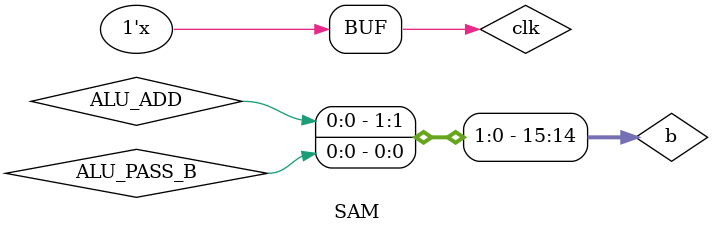
<source format=v>
`timescale 1ns/1ps

module SAM();
  reg clk;

// TODO: you may alter the type of registers to wire (e.g. reg RW -> wire RW) if necessary
  reg [15:0] PC;
  reg [15:0] AC, MAR, MBR, IR;
  reg [15:0] ABUS, RBUS, MBUS;
  reg [15:0] ADDRESS_BUS, DATA_BUS;
  reg RW, REQUEST;
  wire WAIT;

  reg [15:0] ALU_A, ALU_B;
  reg ALU_ADD, ALU_PASS_B;
  reg [15:0] ALU_RESULT;

  wire [21:0] b;
  controller my_controller(clk, WAIT, IR[15], AC[15], IR[14], b);

  wire [15:0] data_bus_t;
  always @ ( RW ) if (RW) DATA_BUS = data_bus_t;
  Memory my_memory(ADDRESS_BUS, REQUEST, RW, WAIT, DATA_BUS, data_bus_t);

  // initial settings
  // TODO : add any initialization process if required (not necessary)
  initial begin
    clk = 0;
    AC = 0;
    IR = 0;
    ADDRESS_BUS = 0;
  end
  always begin
    clk = ~clk; #1;
  end

  // ALU implementation
  always @ (ALU_ADD or ALU_PASS_B or ALU_A or ALU_B )begin
    if (ALU_ADD) ALU_RESULT = ALU_A + ALU_B;
    else if (ALU_PASS_B) ALU_RESULT = ALU_B;
  end

  always @ ( negedge clk ) begin
    // TODO: refer to lecture note, page 46
    if(b[21]) ABUS = PC; // PC to ABUS
    if(b[20]) ABUS = IR; // IR to ABUS
    if(b[19]) ABUS = MBR; // MBR to ABUS
    if(b[1]) RBUS = AC; // AC to RBUS
    if(b[0]) RBUS = ALU_RESULT; // ALU Result to RBUS
    if(b[18]) AC = RBUS; // RBUS to AC
    if(b[13]) ADDRESS_BUS = MAR; 
    if(b[12]) DATA_BUS = MBR;  
    RW = b[3];
    REQUEST = b[2];
    if(b[11]) IR = ABUS;
    if(b[10]) MAR[13:0] = ABUS[13:0];
    if(b[8]) MBR = RBUS;
    if(b[6]) PC[13:0] = 0;
    if(b[5]) PC[13:0] = PC[13:0] + 2;
    if(b[4]) PC[13:0] = ABUS[13:0];
  end

  always @ (b or AC or MBUS) begin
    if(b[7]) MBUS = MBR;
    if(b[17]) ALU_A = AC;
    if(b[16]) ALU_B = MBUS;
    ALU_ADD = b[15];
    ALU_PASS_B = b[14];
  end
  
  always @ (b or DATA_BUS) begin
    if(b[9]) MBR = DATA_BUS;
  end


/* Example 3. wire-based
  assign ABUS = b[21] ? PC : (b[20] ? IR : (b[19] ? MBR : 'bz));
  Note that you need to change ABUS's type as wire in this case (wire ABUS)
*/
endmodule
</source>
